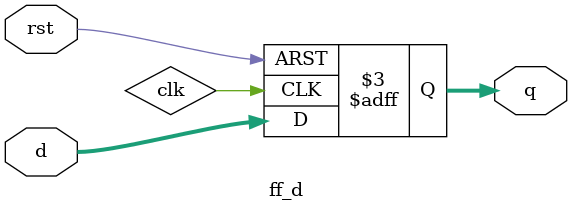
<source format=sv>
module ff_d #(parameter bits = 32)(
  input [bits - 1 : 0] d,
  input rst,
  output reg [bits - 1 : 0] q
);

always_ff @(posedge clk or posedge rst)
  begin
    if (rst == 1'b1 )
        q <= 1'b0;
    else
        q <= d;
  end
endmodule
</source>
